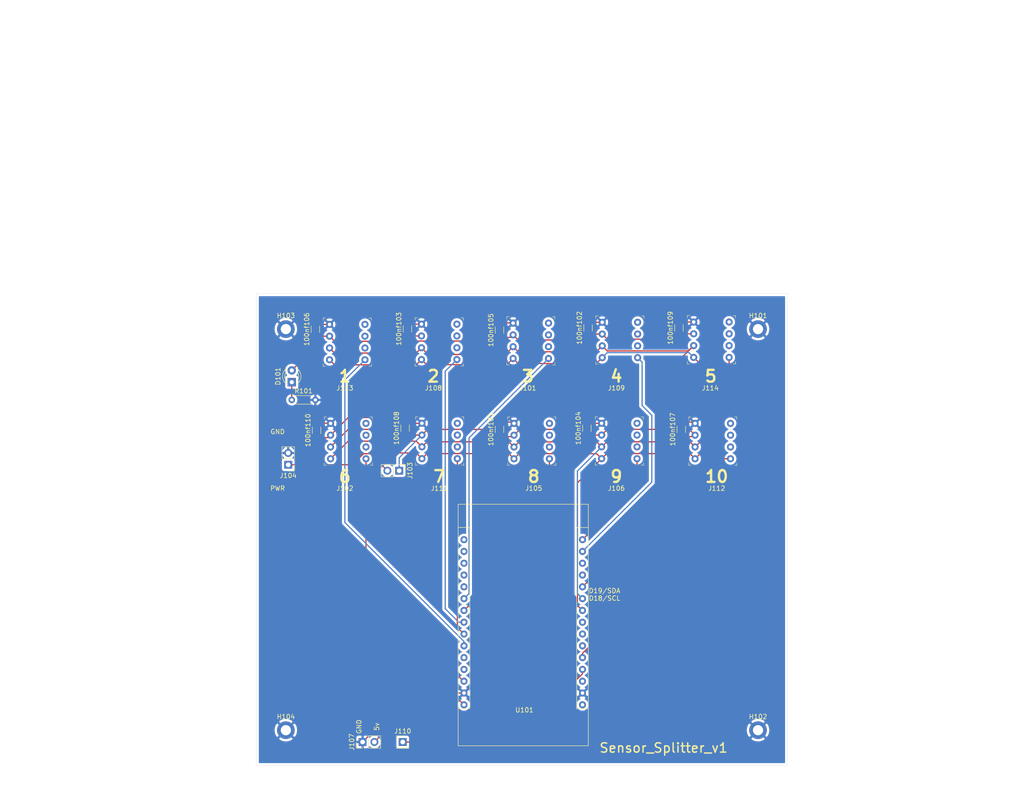
<source format=kicad_pcb>
(kicad_pcb (version 20171130) (host pcbnew "(5.1.10-1-10_14)")
  (layers (0 F.Cu signal) (31 B.Cu signal) (34 B.Paste user) (35 F.Paste user) (36 B.SilkS user) (37 F.SilkS user) (38 B.Mask user) (39 F.Mask user) (44 Edge.Cuts user))
  (net 0 "")
  (net 1 SCL)
  (net 2 SDA)
  (net 3 Supply)
  (net 4 GND)
  (net 5 "Net-(J101-Pad4)")
  (net 6 "Net-(J101-Pad3)")
  (net 7 "Net-(J101-Pad2)")
  (net 8 P1)
  (net 9 "Net-(J102-Pad4)")
  (net 10 "Net-(J102-Pad3)")
  (net 11 "Net-(J102-Pad2)")
  (net 12 P6)
  (net 13 "Net-(J105-Pad4)")
  (net 14 "Net-(J105-Pad3)")
  (net 15 "Net-(J105-Pad2)")
  (net 16 P2)
  (net 17 "Net-(J106-Pad4)")
  (net 18 "Net-(J106-Pad3)")
  (net 19 "Net-(J106-Pad2)")
  (net 20 P7)
  (net 21 "Net-(J108-Pad4)")
  (net 22 "Net-(J108-Pad3)")
  (net 23 "Net-(J108-Pad2)")
  (net 24 P3)
  (net 25 "Net-(J109-Pad4)")
  (net 26 "Net-(J109-Pad3)")
  (net 27 "Net-(J109-Pad2)")
  (net 28 P8)
  (net 29 "Net-(J111-Pad4)")
  (net 30 "Net-(J111-Pad3)")
  (net 31 "Net-(J111-Pad2)")
  (net 32 P4)
  (net 33 "Net-(J112-Pad4)")
  (net 34 "Net-(J112-Pad3)")
  (net 35 "Net-(J112-Pad2)")
  (net 36 P9)
  (net 37 "Net-(J113-Pad4)")
  (net 38 "Net-(J113-Pad3)")
  (net 39 "Net-(J113-Pad2)")
  (net 40 P5)
  (net 41 "Net-(J114-Pad4)")
  (net 42 "Net-(J114-Pad3)")
  (net 43 "Net-(J114-Pad2)")
  (net 44 P10)
  (net 45 "Net-(J103-Pad2)")
  (net 46 "Net-(J107-Pad2)")
  (net 47 Relay)
  (net 48 "Net-(U101-PadEN)")
  (net 49 "Net-(U101-PadVP)")
  (net 50 "Net-(U101-PadVN)")
  (net 51 "Net-(U101-PadD34)")
  (net 52 "Net-(U101-PadD35)")
  (net 53 "Net-(U101-PadD14)")
  (net 54 "Net-(U101-PadD12)")
  (net 55 "Net-(U101-PadTX0)")
  (net 56 "Net-(U101-PadRX0)")
  (net 57 "Net-(U101-PadD5)")
  (net 58 "Net-(U101-PadTX2)")
  (net 59 "Net-(U101-PadRX2)")
  (net 60 "Net-(U101-PadD15)")
  (net 61 "Net-(U101-Pad3V3)")
  (net 62 "Net-(D101-Pad1)")
  (module Resistor_THT:R_Axial_DIN0204_L3.6mm_D1.6mm_P5.08mm_Horizontal (layer F.Cu) (at 87.63 69.85)
    (fp_text reference R101 (at 2.54 -1.92) (layer F.SilkS))
    (fp_text value 330)
    (pad 2 thru_hole oval (at 5.08 0) (size 1.4 1.4) (drill 0.7) (layers *.Cu *.Mask) (net 4 GND))
    (pad 1 thru_hole circle (at 0 0) (size 1.4 1.4) (drill 0.7) (layers *.Cu *.Mask) (net 62 "Net-(D101-Pad1)"))
  )
  (module LED_THT:LED_D3.0mm_Clear (layer F.Cu) (at 87.63 66.04 90)
    (fp_text reference D101 (at 1.27 -2.96 90) (layer F.SilkS))
    (fp_text value LED)
    (pad 2 thru_hole circle (at 2.54 0 90) (size 1.8 1.8) (drill 0.9) (layers *.Cu *.Mask) (net 3 Supply))
    (pad 1 thru_hole rect (at 0 0 90) (size 1.8 1.8) (drill 0.9) (layers *.Cu *.Mask) (net 62 "Net-(D101-Pad1)"))
  )
  (module MountingHole:MountingHole_2.2mm_M2_DIN965_Pad_TopBottom (layer F.Cu) (at 86.36 140.97)
    (fp_text reference H104 (at 0 -2.9) (layer F.SilkS))
    (fp_text value MountingHole_Pad)
    (pad 1 connect circle (at 0 0) (size 3.8 3.8) (layers B.Cu B.Mask) (net 4 GND))
    (pad 1 connect circle (at 0 0) (size 3.8 3.8) (layers F.Cu F.Mask) (net 4 GND))
    (pad 1 thru_hole circle (at 0 0) (size 2.6 2.6) (drill 2.2) (layers *.Cu *.Mask) (net 4 GND))
  )
  (module MountingHole:MountingHole_2.2mm_M2_DIN965_Pad_TopBottom (layer F.Cu) (at 86.36 54.61)
    (fp_text reference H103 (at 0 -2.9) (layer F.SilkS))
    (fp_text value MountingHole_Pad)
    (pad 1 connect circle (at 0 0) (size 3.8 3.8) (layers B.Cu B.Mask) (net 4 GND))
    (pad 1 connect circle (at 0 0) (size 3.8 3.8) (layers F.Cu F.Mask) (net 4 GND))
    (pad 1 thru_hole circle (at 0 0) (size 2.6 2.6) (drill 2.2) (layers *.Cu *.Mask) (net 4 GND))
  )
  (module MountingHole:MountingHole_2.2mm_M2_DIN965_Pad_TopBottom (layer F.Cu) (at 187.96 140.97)
    (fp_text reference H102 (at 0 -2.9) (layer F.SilkS))
    (fp_text value MountingHole_Pad)
    (pad 1 connect circle (at 0 0) (size 3.8 3.8) (layers B.Cu B.Mask) (net 4 GND))
    (pad 1 connect circle (at 0 0) (size 3.8 3.8) (layers F.Cu F.Mask) (net 4 GND))
    (pad 1 thru_hole circle (at 0 0) (size 2.6 2.6) (drill 2.2) (layers *.Cu *.Mask) (net 4 GND))
  )
  (module MountingHole:MountingHole_2.2mm_M2_DIN965_Pad_TopBottom (layer F.Cu) (at 187.96 54.61)
    (fp_text reference H101 (at 0 -2.9) (layer F.SilkS))
    (fp_text value MountingHole_Pad)
    (pad 1 connect circle (at 0 0) (size 3.8 3.8) (layers B.Cu B.Mask) (net 4 GND))
    (pad 1 connect circle (at 0 0) (size 3.8 3.8) (layers F.Cu F.Mask) (net 4 GND))
    (pad 1 thru_hole circle (at 0 0) (size 2.6 2.6) (drill 2.2) (layers *.Cu *.Mask) (net 4 GND))
  )
  (module CI_ComPCB:ESP32s (layer F.Cu) (at 123.44 92.325)
    (fp_text reference U101 (at 14.25 44.3) (layer F.SilkS))
    (fp_text value ESP32s-RackComm-rescue-CI_ComPCB-rescue)
    (pad EN thru_hole circle (at 1.25 7.62) (size 1.524 1.524) (drill 0.762) (layers *.Cu *.Mask) (net 48 "Net-(U101-PadEN)"))
    (pad VP thru_hole circle (at 1.25 10.16) (size 1.524 1.524) (drill 0.762) (layers *.Cu *.Mask) (net 49 "Net-(U101-PadVP)"))
    (pad VN thru_hole circle (at 1.25 12.7) (size 1.524 1.524) (drill 0.762) (layers *.Cu *.Mask) (net 50 "Net-(U101-PadVN)"))
    (pad D34 thru_hole circle (at 1.25 15.24) (size 1.524 1.524) (drill 0.762) (layers *.Cu *.Mask) (net 51 "Net-(U101-PadD34)"))
    (pad D35 thru_hole circle (at 1.25 17.78) (size 1.524 1.524) (drill 0.762) (layers *.Cu *.Mask) (net 52 "Net-(U101-PadD35)"))
    (pad D32 thru_hole circle (at 1.25 20.32) (size 1.524 1.524) (drill 0.762) (layers *.Cu *.Mask) (net 8 P1))
    (pad D33 thru_hole circle (at 1.25 22.86) (size 1.524 1.524) (drill 0.762) (layers *.Cu *.Mask) (net 16 P2))
    (pad D25 thru_hole circle (at 1.25 25.4) (size 1.524 1.524) (drill 0.762) (layers *.Cu *.Mask) (net 24 P3))
    (pad D26 thru_hole circle (at 1.25 27.94) (size 1.524 1.524) (drill 0.762) (layers *.Cu *.Mask) (net 32 P4))
    (pad D27 thru_hole circle (at 1.25 30.48) (size 1.524 1.524) (drill 0.762) (layers *.Cu *.Mask) (net 40 P5))
    (pad D14 thru_hole circle (at 1.25 33.02) (size 1.524 1.524) (drill 0.762) (layers *.Cu *.Mask) (net 53 "Net-(U101-PadD14)"))
    (pad D12 thru_hole circle (at 1.25 35.56) (size 1.524 1.524) (drill 0.762) (layers *.Cu *.Mask) (net 54 "Net-(U101-PadD12)"))
    (pad D13 thru_hole circle (at 1.25 38.1) (size 1.524 1.524) (drill 0.762) (layers *.Cu *.Mask) (net 12 P6))
    (pad GND thru_hole circle (at 1.25 40.64) (size 1.524 1.524) (drill 0.762) (layers *.Cu *.Mask) (net 4 GND))
    (pad Vin thru_hole circle (at 1.25 43.18) (size 1.524 1.524) (drill 0.762) (layers *.Cu *.Mask) (net 46 "Net-(J107-Pad2)"))
    (pad D23 thru_hole circle (at 26.75 7.62) (size 1.524 1.524) (drill 0.762) (layers *.Cu *.Mask) (net 20 P7))
    (pad D22 thru_hole circle (at 26.75 10.16) (size 1.524 1.524) (drill 0.762) (layers *.Cu *.Mask) (net 28 P8))
    (pad TX0 thru_hole circle (at 26.75 12.7) (size 1.524 1.524) (drill 0.762) (layers *.Cu *.Mask) (net 55 "Net-(U101-PadTX0)"))
    (pad RX0 thru_hole circle (at 26.75 15.24) (size 1.524 1.524) (drill 0.762) (layers *.Cu *.Mask) (net 56 "Net-(U101-PadRX0)"))
    (pad D21 thru_hole circle (at 26.75 17.78) (size 1.524 1.524) (drill 0.762) (layers *.Cu *.Mask) (net 36 P9))
    (pad D19 thru_hole circle (at 26.75 20.32) (size 1.524 1.524) (drill 0.762) (layers *.Cu *.Mask) (net 2 SDA))
    (pad D18 thru_hole circle (at 26.75 22.86) (size 1.524 1.524) (drill 0.762) (layers *.Cu *.Mask) (net 1 SCL))
    (pad D5 thru_hole circle (at 26.75 25.4) (size 1.524 1.524) (drill 0.762) (layers *.Cu *.Mask) (net 57 "Net-(U101-PadD5)"))
    (pad TX2 thru_hole circle (at 26.75 27.94) (size 1.524 1.524) (drill 0.762) (layers *.Cu *.Mask) (net 58 "Net-(U101-PadTX2)"))
    (pad RX2 thru_hole circle (at 26.75 30.48) (size 1.524 1.524) (drill 0.762) (layers *.Cu *.Mask) (net 59 "Net-(U101-PadRX2)"))
    (pad D4 thru_hole circle (at 26.75 33.02) (size 1.524 1.524) (drill 0.762) (layers *.Cu *.Mask) (net 44 P10))
    (pad D2 thru_hole circle (at 26.75 35.56) (size 1.524 1.524) (drill 0.762) (layers *.Cu *.Mask) (net 47 Relay))
    (pad D15 thru_hole circle (at 26.75 38.1) (size 1.524 1.524) (drill 0.762) (layers *.Cu *.Mask) (net 60 "Net-(U101-PadD15)"))
    (pad GND thru_hole circle (at 26.75 40.64) (size 1.524 1.524) (drill 0.762) (layers *.Cu *.Mask) (net 4 GND))
    (pad 3V3 thru_hole circle (at 26.75 43.18) (size 1.524 1.524) (drill 0.762) (layers *.Cu *.Mask) (net 61 "Net-(U101-Pad3V3)"))
  )
  (module digikey-footprints:SOCKET_DIP-8_7.62mm_Conn (layer F.Cu) (at 181.737 60.706 180)
    (fp_text reference J114 (at 4.04 -6.604) (layer F.SilkS))
    (fp_text value A_08-LC-TT)
    (pad 8 thru_hole circle (at 7.62 0 180) (size 1.524 1.524) (drill 0.762) (layers *.Cu *.Mask) (net 1 SCL))
    (pad 7 thru_hole circle (at 7.62 2.54 180) (size 1.524 1.524) (drill 0.762) (layers *.Cu *.Mask) (net 2 SDA))
    (pad 6 thru_hole circle (at 7.62 5.08 180) (size 1.524 1.524) (drill 0.762) (layers *.Cu *.Mask) (net 3 Supply))
    (pad 5 thru_hole circle (at 7.62 7.62 180) (size 1.524 1.524) (drill 0.762) (layers *.Cu *.Mask) (net 4 GND))
    (pad 4 thru_hole circle (at 0 7.62 180) (size 1.524 1.524) (drill 0.762) (layers *.Cu *.Mask) (net 41 "Net-(J114-Pad4)"))
    (pad 3 thru_hole circle (at 0 5.08 180) (size 1.524 1.524) (drill 0.762) (layers *.Cu *.Mask) (net 42 "Net-(J114-Pad3)"))
    (pad 2 thru_hole circle (at 0 2.54 180) (size 1.524 1.524) (drill 0.762) (layers *.Cu *.Mask) (net 43 "Net-(J114-Pad2)"))
    (pad 1 thru_hole circle (at 0 0 180) (size 1.524 1.524) (drill 0.762) (layers *.Cu *.Mask) (net 44 P10))
  )
  (module digikey-footprints:SOCKET_DIP-8_7.62mm_Conn (layer F.Cu) (at 103.378 61.214 180)
    (fp_text reference J113 (at 4.318 -6.096) (layer F.SilkS))
    (fp_text value A_08-LC-TT)
    (pad 8 thru_hole circle (at 7.62 0 180) (size 1.524 1.524) (drill 0.762) (layers *.Cu *.Mask) (net 1 SCL))
    (pad 7 thru_hole circle (at 7.62 2.54 180) (size 1.524 1.524) (drill 0.762) (layers *.Cu *.Mask) (net 2 SDA))
    (pad 6 thru_hole circle (at 7.62 5.08 180) (size 1.524 1.524) (drill 0.762) (layers *.Cu *.Mask) (net 3 Supply))
    (pad 5 thru_hole circle (at 7.62 7.62 180) (size 1.524 1.524) (drill 0.762) (layers *.Cu *.Mask) (net 4 GND))
    (pad 4 thru_hole circle (at 0 7.62 180) (size 1.524 1.524) (drill 0.762) (layers *.Cu *.Mask) (net 37 "Net-(J113-Pad4)"))
    (pad 3 thru_hole circle (at 0 5.08 180) (size 1.524 1.524) (drill 0.762) (layers *.Cu *.Mask) (net 38 "Net-(J113-Pad3)"))
    (pad 2 thru_hole circle (at 0 2.54 180) (size 1.524 1.524) (drill 0.762) (layers *.Cu *.Mask) (net 39 "Net-(J113-Pad2)"))
    (pad 1 thru_hole circle (at 0 0 180) (size 1.524 1.524) (drill 0.762) (layers *.Cu *.Mask) (net 40 P5))
  )
  (module digikey-footprints:SOCKET_DIP-8_7.62mm_Conn (layer F.Cu) (at 182.035999 82.528999 180)
    (fp_text reference J112 (at 2.965999 -6.371001) (layer F.SilkS))
    (fp_text value A_08-LC-TT)
    (pad 8 thru_hole circle (at 7.62 0 180) (size 1.524 1.524) (drill 0.762) (layers *.Cu *.Mask) (net 1 SCL))
    (pad 7 thru_hole circle (at 7.62 2.54 180) (size 1.524 1.524) (drill 0.762) (layers *.Cu *.Mask) (net 2 SDA))
    (pad 6 thru_hole circle (at 7.62 5.08 180) (size 1.524 1.524) (drill 0.762) (layers *.Cu *.Mask) (net 3 Supply))
    (pad 5 thru_hole circle (at 7.62 7.62 180) (size 1.524 1.524) (drill 0.762) (layers *.Cu *.Mask) (net 4 GND))
    (pad 4 thru_hole circle (at 0 7.62 180) (size 1.524 1.524) (drill 0.762) (layers *.Cu *.Mask) (net 33 "Net-(J112-Pad4)"))
    (pad 3 thru_hole circle (at 0 5.08 180) (size 1.524 1.524) (drill 0.762) (layers *.Cu *.Mask) (net 34 "Net-(J112-Pad3)"))
    (pad 2 thru_hole circle (at 0 2.54 180) (size 1.524 1.524) (drill 0.762) (layers *.Cu *.Mask) (net 35 "Net-(J112-Pad2)"))
    (pad 1 thru_hole circle (at 0 0 180) (size 1.524 1.524) (drill 0.762) (layers *.Cu *.Mask) (net 36 P9))
  )
  (module digikey-footprints:SOCKET_DIP-8_7.62mm_Conn (layer F.Cu) (at 123.260999 82.502999 180)
    (fp_text reference J111 (at 3.880999 -6.397001) (layer F.SilkS))
    (fp_text value A_08-LC-TT)
    (pad 8 thru_hole circle (at 7.62 0 180) (size 1.524 1.524) (drill 0.762) (layers *.Cu *.Mask) (net 1 SCL))
    (pad 7 thru_hole circle (at 7.62 2.54 180) (size 1.524 1.524) (drill 0.762) (layers *.Cu *.Mask) (net 2 SDA))
    (pad 6 thru_hole circle (at 7.62 5.08 180) (size 1.524 1.524) (drill 0.762) (layers *.Cu *.Mask) (net 3 Supply))
    (pad 5 thru_hole circle (at 7.62 7.62 180) (size 1.524 1.524) (drill 0.762) (layers *.Cu *.Mask) (net 4 GND))
    (pad 4 thru_hole circle (at 0 7.62 180) (size 1.524 1.524) (drill 0.762) (layers *.Cu *.Mask) (net 29 "Net-(J111-Pad4)"))
    (pad 3 thru_hole circle (at 0 5.08 180) (size 1.524 1.524) (drill 0.762) (layers *.Cu *.Mask) (net 30 "Net-(J111-Pad3)"))
    (pad 2 thru_hole circle (at 0 2.54 180) (size 1.524 1.524) (drill 0.762) (layers *.Cu *.Mask) (net 31 "Net-(J111-Pad2)"))
    (pad 1 thru_hole circle (at 0 0 180) (size 1.524 1.524) (drill 0.762) (layers *.Cu *.Mask) (net 32 P4))
  )
  (module Connector_PinHeader_2.54mm:PinHeader_1x01_P2.54mm_Vertical (layer F.Cu) (at 111.506 143.51)
    (fp_text reference J110 (at 0 -2.33) (layer F.SilkS))
    (fp_text value Conn_01x01_Male)
    (pad 1 thru_hole rect (at 0 0) (size 1.7 1.7) (drill 1) (layers *.Cu *.Mask) (net 47 Relay))
  )
  (module digikey-footprints:SOCKET_DIP-8_7.62mm_Conn (layer F.Cu) (at 162.052 60.759999 180)
    (fp_text reference J109 (at 4.572 -6.550001) (layer F.SilkS))
    (fp_text value A_08-LC-TT)
    (pad 8 thru_hole circle (at 7.62 0 180) (size 1.524 1.524) (drill 0.762) (layers *.Cu *.Mask) (net 1 SCL))
    (pad 7 thru_hole circle (at 7.62 2.54 180) (size 1.524 1.524) (drill 0.762) (layers *.Cu *.Mask) (net 2 SDA))
    (pad 6 thru_hole circle (at 7.62 5.08 180) (size 1.524 1.524) (drill 0.762) (layers *.Cu *.Mask) (net 3 Supply))
    (pad 5 thru_hole circle (at 7.62 7.62 180) (size 1.524 1.524) (drill 0.762) (layers *.Cu *.Mask) (net 4 GND))
    (pad 4 thru_hole circle (at 0 7.62 180) (size 1.524 1.524) (drill 0.762) (layers *.Cu *.Mask) (net 25 "Net-(J109-Pad4)"))
    (pad 3 thru_hole circle (at 0 5.08 180) (size 1.524 1.524) (drill 0.762) (layers *.Cu *.Mask) (net 26 "Net-(J109-Pad3)"))
    (pad 2 thru_hole circle (at 0 2.54 180) (size 1.524 1.524) (drill 0.762) (layers *.Cu *.Mask) (net 27 "Net-(J109-Pad2)"))
    (pad 1 thru_hole circle (at 0 0 180) (size 1.524 1.524) (drill 0.762) (layers *.Cu *.Mask) (net 28 P8))
  )
  (module digikey-footprints:SOCKET_DIP-8_7.62mm_Conn (layer F.Cu) (at 123.159999 61.166999 180)
    (fp_text reference J108 (at 5.049999 -6.143001) (layer F.SilkS))
    (fp_text value A_08-LC-TT)
    (pad 8 thru_hole circle (at 7.62 0 180) (size 1.524 1.524) (drill 0.762) (layers *.Cu *.Mask) (net 1 SCL))
    (pad 7 thru_hole circle (at 7.62 2.54 180) (size 1.524 1.524) (drill 0.762) (layers *.Cu *.Mask) (net 2 SDA))
    (pad 6 thru_hole circle (at 7.62 5.08 180) (size 1.524 1.524) (drill 0.762) (layers *.Cu *.Mask) (net 3 Supply))
    (pad 5 thru_hole circle (at 7.62 7.62 180) (size 1.524 1.524) (drill 0.762) (layers *.Cu *.Mask) (net 4 GND))
    (pad 4 thru_hole circle (at 0 7.62 180) (size 1.524 1.524) (drill 0.762) (layers *.Cu *.Mask) (net 21 "Net-(J108-Pad4)"))
    (pad 3 thru_hole circle (at 0 5.08 180) (size 1.524 1.524) (drill 0.762) (layers *.Cu *.Mask) (net 22 "Net-(J108-Pad3)"))
    (pad 2 thru_hole circle (at 0 2.54 180) (size 1.524 1.524) (drill 0.762) (layers *.Cu *.Mask) (net 23 "Net-(J108-Pad2)"))
    (pad 1 thru_hole circle (at 0 0 180) (size 1.524 1.524) (drill 0.762) (layers *.Cu *.Mask) (net 24 P3))
  )
  (module Connector_PinHeader_2.54mm:PinHeader_1x02_P2.54mm_Vertical (layer F.Cu) (at 102.87 143.51 90)
    (fp_text reference J107 (at 0 -2.33 90) (layer F.SilkS))
    (fp_text value Conn_01x02_Male)
    (pad 2 thru_hole oval (at 0 2.54 90) (size 1.7 1.7) (drill 1) (layers *.Cu *.Mask) (net 46 "Net-(J107-Pad2)"))
    (pad 1 thru_hole rect (at 0 0 90) (size 1.7 1.7) (drill 1) (layers *.Cu *.Mask) (net 4 GND))
  )
  (module digikey-footprints:SOCKET_DIP-8_7.62mm_Conn (layer F.Cu) (at 161.925 82.502999 180)
    (fp_text reference J106 (at 4.445 -6.397001) (layer F.SilkS))
    (fp_text value A_08-LC-TT)
    (pad 8 thru_hole circle (at 7.62 0 180) (size 1.524 1.524) (drill 0.762) (layers *.Cu *.Mask) (net 1 SCL))
    (pad 7 thru_hole circle (at 7.62 2.54 180) (size 1.524 1.524) (drill 0.762) (layers *.Cu *.Mask) (net 2 SDA))
    (pad 6 thru_hole circle (at 7.62 5.08 180) (size 1.524 1.524) (drill 0.762) (layers *.Cu *.Mask) (net 3 Supply))
    (pad 5 thru_hole circle (at 7.62 7.62 180) (size 1.524 1.524) (drill 0.762) (layers *.Cu *.Mask) (net 4 GND))
    (pad 4 thru_hole circle (at 0 7.62 180) (size 1.524 1.524) (drill 0.762) (layers *.Cu *.Mask) (net 17 "Net-(J106-Pad4)"))
    (pad 3 thru_hole circle (at 0 5.08 180) (size 1.524 1.524) (drill 0.762) (layers *.Cu *.Mask) (net 18 "Net-(J106-Pad3)"))
    (pad 2 thru_hole circle (at 0 2.54 180) (size 1.524 1.524) (drill 0.762) (layers *.Cu *.Mask) (net 19 "Net-(J106-Pad2)"))
    (pad 1 thru_hole circle (at 0 0 180) (size 1.524 1.524) (drill 0.762) (layers *.Cu *.Mask) (net 20 P7))
  )
  (module digikey-footprints:SOCKET_DIP-8_7.62mm_Conn (layer F.Cu) (at 143.072999 82.528999 180)
    (fp_text reference J105 (at 3.372999 -6.371001) (layer F.SilkS))
    (fp_text value A_08-LC-TT)
    (pad 8 thru_hole circle (at 7.62 0 180) (size 1.524 1.524) (drill 0.762) (layers *.Cu *.Mask) (net 1 SCL))
    (pad 7 thru_hole circle (at 7.62 2.54 180) (size 1.524 1.524) (drill 0.762) (layers *.Cu *.Mask) (net 2 SDA))
    (pad 6 thru_hole circle (at 7.62 5.08 180) (size 1.524 1.524) (drill 0.762) (layers *.Cu *.Mask) (net 3 Supply))
    (pad 5 thru_hole circle (at 7.62 7.62 180) (size 1.524 1.524) (drill 0.762) (layers *.Cu *.Mask) (net 4 GND))
    (pad 4 thru_hole circle (at 0 7.62 180) (size 1.524 1.524) (drill 0.762) (layers *.Cu *.Mask) (net 13 "Net-(J105-Pad4)"))
    (pad 3 thru_hole circle (at 0 5.08 180) (size 1.524 1.524) (drill 0.762) (layers *.Cu *.Mask) (net 14 "Net-(J105-Pad3)"))
    (pad 2 thru_hole circle (at 0 2.54 180) (size 1.524 1.524) (drill 0.762) (layers *.Cu *.Mask) (net 15 "Net-(J105-Pad2)"))
    (pad 1 thru_hole circle (at 0 0 180) (size 1.524 1.524) (drill 0.762) (layers *.Cu *.Mask) (net 16 P2))
  )
  (module Connector_PinHeader_2.54mm:PinHeader_1x02_P2.54mm_Vertical (layer F.Cu) (at 86.868 83.82 180)
    (fp_text reference J104 (at 0 -2.33) (layer F.SilkS))
    (fp_text value Conn_01x02_Male)
    (pad 2 thru_hole oval (at 0 2.54 180) (size 1.7 1.7) (drill 1) (layers *.Cu *.Mask) (net 4 GND))
    (pad 1 thru_hole rect (at 0 0 180) (size 1.7 1.7) (drill 1) (layers *.Cu *.Mask) (net 45 "Net-(J103-Pad2)"))
  )
  (module Connector_PinHeader_2.54mm:PinHeader_1x02_P2.54mm_Vertical (layer F.Cu) (at 110.744 85.09 270)
    (fp_text reference J103 (at 0 -2.33 90) (layer F.SilkS))
    (fp_text value Conn_01x02_Male)
    (pad 2 thru_hole oval (at 0 2.54 270) (size 1.7 1.7) (drill 1) (layers *.Cu *.Mask) (net 45 "Net-(J103-Pad2)"))
    (pad 1 thru_hole rect (at 0 0 270) (size 1.7 1.7) (drill 1) (layers *.Cu *.Mask) (net 3 Supply))
  )
  (module digikey-footprints:SOCKET_DIP-8_7.62mm_Conn (layer F.Cu) (at 103.601999 82.528999 180)
    (fp_text reference J102 (at 4.541999 -6.371001) (layer F.SilkS))
    (fp_text value A_08-LC-TT)
    (pad 8 thru_hole circle (at 7.62 0 180) (size 1.524 1.524) (drill 0.762) (layers *.Cu *.Mask) (net 1 SCL))
    (pad 7 thru_hole circle (at 7.62 2.54 180) (size 1.524 1.524) (drill 0.762) (layers *.Cu *.Mask) (net 2 SDA))
    (pad 6 thru_hole circle (at 7.62 5.08 180) (size 1.524 1.524) (drill 0.762) (layers *.Cu *.Mask) (net 3 Supply))
    (pad 5 thru_hole circle (at 7.62 7.62 180) (size 1.524 1.524) (drill 0.762) (layers *.Cu *.Mask) (net 4 GND))
    (pad 4 thru_hole circle (at 0 7.62 180) (size 1.524 1.524) (drill 0.762) (layers *.Cu *.Mask) (net 9 "Net-(J102-Pad4)"))
    (pad 3 thru_hole circle (at 0 5.08 180) (size 1.524 1.524) (drill 0.762) (layers *.Cu *.Mask) (net 10 "Net-(J102-Pad3)"))
    (pad 2 thru_hole circle (at 0 2.54 180) (size 1.524 1.524) (drill 0.762) (layers *.Cu *.Mask) (net 11 "Net-(J102-Pad2)"))
    (pad 1 thru_hole circle (at 0 0 180) (size 1.524 1.524) (drill 0.762) (layers *.Cu *.Mask) (net 12 P6))
  )
  (module digikey-footprints:SOCKET_DIP-8_7.62mm_Conn (layer F.Cu) (at 142.875 60.938999 180)
    (fp_text reference J101 (at 4.445 -6.371001) (layer F.SilkS))
    (fp_text value A_08-LC-TT)
    (pad 8 thru_hole circle (at 7.62 0 180) (size 1.524 1.524) (drill 0.762) (layers *.Cu *.Mask) (net 1 SCL))
    (pad 7 thru_hole circle (at 7.62 2.54 180) (size 1.524 1.524) (drill 0.762) (layers *.Cu *.Mask) (net 2 SDA))
    (pad 6 thru_hole circle (at 7.62 5.08 180) (size 1.524 1.524) (drill 0.762) (layers *.Cu *.Mask) (net 3 Supply))
    (pad 5 thru_hole circle (at 7.62 7.62 180) (size 1.524 1.524) (drill 0.762) (layers *.Cu *.Mask) (net 4 GND))
    (pad 4 thru_hole circle (at 0 7.62 180) (size 1.524 1.524) (drill 0.762) (layers *.Cu *.Mask) (net 5 "Net-(J101-Pad4)"))
    (pad 3 thru_hole circle (at 0 5.08 180) (size 1.524 1.524) (drill 0.762) (layers *.Cu *.Mask) (net 6 "Net-(J101-Pad3)"))
    (pad 2 thru_hole circle (at 0 2.54 180) (size 1.524 1.524) (drill 0.762) (layers *.Cu *.Mask) (net 7 "Net-(J101-Pad2)"))
    (pad 1 thru_hole circle (at 0 0 180) (size 1.524 1.524) (drill 0.762) (layers *.Cu *.Mask) (net 8 P1))
  )
  (module Capacitor_SMD:C_1206_3216Metric_Pad1.33x1.80mm_HandSolder (layer F.Cu) (at 92.964 76.4155 90)
    (fp_text reference 100nf110 (at 0 -1.85 90) (layer F.SilkS))
    (fp_text value C)
    (pad 2 smd roundrect (at 1.5625 0 90) (size 1.325 1.8) (layers F.Cu F.Paste F.Mask) (roundrect_rratio 0.1886784905660377) (net 4 GND))
    (pad 1 smd roundrect (at -1.5625 0 90) (size 1.325 1.8) (layers F.Cu F.Paste F.Mask) (roundrect_rratio 0.1886784905660377) (net 3 Supply))
  )
  (module Capacitor_SMD:C_1206_3216Metric_Pad1.33x1.80mm_HandSolder (layer F.Cu) (at 170.942 54.356 90)
    (fp_text reference 100nf109 (at 0 -1.85 90) (layer F.SilkS))
    (fp_text value C)
    (pad 2 smd roundrect (at 1.5625 0 90) (size 1.325 1.8) (layers F.Cu F.Paste F.Mask) (roundrect_rratio 0.1886784905660377) (net 4 GND))
    (pad 1 smd roundrect (at -1.5625 0 90) (size 1.325 1.8) (layers F.Cu F.Paste F.Mask) (roundrect_rratio 0.1886784905660377) (net 3 Supply))
  )
  (module Capacitor_SMD:C_1206_3216Metric_Pad1.33x1.80mm_HandSolder (layer F.Cu) (at 112.014 75.946 90)
    (fp_text reference 100nf108 (at 0 -1.85 90) (layer F.SilkS))
    (fp_text value C)
    (pad 2 smd roundrect (at 1.5625 0 90) (size 1.325 1.8) (layers F.Cu F.Paste F.Mask) (roundrect_rratio 0.1886784905660377) (net 4 GND))
    (pad 1 smd roundrect (at -1.5625 0 90) (size 1.325 1.8) (layers F.Cu F.Paste F.Mask) (roundrect_rratio 0.1886784905660377) (net 3 Supply))
  )
  (module Capacitor_SMD:C_1206_3216Metric_Pad1.33x1.80mm_HandSolder (layer F.Cu) (at 171.45 76.2 90)
    (fp_text reference 100nf107 (at 0 -1.85 90) (layer F.SilkS))
    (fp_text value C)
    (pad 2 smd roundrect (at 1.5625 0 90) (size 1.325 1.8) (layers F.Cu F.Paste F.Mask) (roundrect_rratio 0.1886784905660377) (net 4 GND))
    (pad 1 smd roundrect (at -1.5625 0 90) (size 1.325 1.8) (layers F.Cu F.Paste F.Mask) (roundrect_rratio 0.1886784905660377) (net 3 Supply))
  )
  (module Capacitor_SMD:C_1206_3216Metric_Pad1.33x1.80mm_HandSolder (layer F.Cu) (at 92.71 54.6485 90)
    (fp_text reference 100nf106 (at 0 -1.85 90) (layer F.SilkS))
    (fp_text value C)
    (pad 2 smd roundrect (at 1.5625 0 90) (size 1.325 1.8) (layers F.Cu F.Paste F.Mask) (roundrect_rratio 0.1886784905660377) (net 4 GND))
    (pad 1 smd roundrect (at -1.5625 0 90) (size 1.325 1.8) (layers F.Cu F.Paste F.Mask) (roundrect_rratio 0.1886784905660377) (net 3 Supply))
  )
  (module Capacitor_SMD:C_1206_3216Metric_Pad1.33x1.80mm_HandSolder (layer F.Cu) (at 132.334 54.8255 90)
    (fp_text reference 100nf105 (at 0 -1.85 90) (layer F.SilkS))
    (fp_text value C)
    (pad 2 smd roundrect (at 1.5625 0 90) (size 1.325 1.8) (layers F.Cu F.Paste F.Mask) (roundrect_rratio 0.1886784905660377) (net 4 GND))
    (pad 1 smd roundrect (at -1.5625 0 90) (size 1.325 1.8) (layers F.Cu F.Paste F.Mask) (roundrect_rratio 0.1886784905660377) (net 3 Supply))
  )
  (module Capacitor_SMD:C_1206_3216Metric_Pad1.33x1.80mm_HandSolder (layer F.Cu) (at 151.13 75.946 90)
    (fp_text reference 100nf104 (at 0 -1.85 90) (layer F.SilkS))
    (fp_text value C)
    (pad 2 smd roundrect (at 1.5625 0 90) (size 1.325 1.8) (layers F.Cu F.Paste F.Mask) (roundrect_rratio 0.1886784905660377) (net 4 GND))
    (pad 1 smd roundrect (at -1.5625 0 90) (size 1.325 1.8) (layers F.Cu F.Paste F.Mask) (roundrect_rratio 0.1886784905660377) (net 3 Supply))
  )
  (module Capacitor_SMD:C_1206_3216Metric_Pad1.33x1.80mm_HandSolder (layer F.Cu) (at 112.522 54.5715 90)
    (fp_text reference 100nf103 (at 0 -1.85 90) (layer F.SilkS))
    (fp_text value C)
    (pad 2 smd roundrect (at 1.5625 0 90) (size 1.325 1.8) (layers F.Cu F.Paste F.Mask) (roundrect_rratio 0.1886784905660377) (net 4 GND))
    (pad 1 smd roundrect (at -1.5625 0 90) (size 1.325 1.8) (layers F.Cu F.Paste F.Mask) (roundrect_rratio 0.1886784905660377) (net 3 Supply))
  )
  (module Capacitor_SMD:C_1206_3216Metric_Pad1.33x1.80mm_HandSolder (layer F.Cu) (at 151.384 54.356 90)
    (fp_text reference 100nf102 (at 0 -1.85 90) (layer F.SilkS))
    (fp_text value C)
    (pad 2 smd roundrect (at 1.5625 0 90) (size 1.325 1.8) (layers F.Cu F.Paste F.Mask) (roundrect_rratio 0.1886784905660377) (net 4 GND))
    (pad 1 smd roundrect (at -1.5625 0 90) (size 1.325 1.8) (layers F.Cu F.Paste F.Mask) (roundrect_rratio 0.1886784905660377) (net 3 Supply))
  )
  (module Capacitor_SMD:C_1206_3216Metric_Pad1.33x1.80mm_HandSolder (layer F.Cu) (at 132.334 76.2 90)
    (fp_text reference 100nf101 (at 0 -1.85 90) (layer F.SilkS))
    (fp_text value C)
    (pad 2 smd roundrect (at 1.5625 0 90) (size 1.325 1.8) (layers F.Cu F.Paste F.Mask) (roundrect_rratio 0.1886784905660377) (net 4 GND))
    (pad 1 smd roundrect (at -1.5625 0 90) (size 1.325 1.8) (layers F.Cu F.Paste F.Mask) (roundrect_rratio 0.1886784905660377) (net 3 Supply))
  )
  (gr_text 5v (at 105.918 140.208 90) (layer F.SilkS) (effects (font (size 1 1))))
  (gr_text GND (at 102.108 140.208 90) (layer F.SilkS) (effects (font (size 1 1))))
  (gr_text Sensor_Splitter_v1 (at 167.64 144.78) (layer F.SilkS) (effects (font (size 2 2) (thickness 0.3))))
  (gr_text "D19/SDA\nD18/SCL" (at 154.94 111.76) (layer F.SilkS) (effects (font (size 1 1))))
  (gr_text 1 (at 99.06 64.77) (layer F.SilkS) (effects (font (size 2.54 2.54) (thickness 0.508))))
  (gr_text "2\n" (at 118.11 64.77) (layer F.SilkS) (effects (font (size 2.54 2.54) (thickness 0.508))))
  (gr_text 3 (at 138.43 64.77) (layer F.SilkS) (effects (font (size 2.54 2.54) (thickness 0.508))))
  (gr_text 4 (at 157.48 64.77) (layer F.SilkS) (effects (font (size 2.54 2.54) (thickness 0.508))))
  (gr_text 5 (at 177.8 64.77) (layer F.SilkS) (effects (font (size 2.54 2.54) (thickness 0.508))))
  (gr_text 10 (at 179.07 86.36) (layer F.SilkS) (effects (font (size 2.54 2.54) (thickness 0.508))))
  (gr_text 9 (at 157.48 86.36) (layer F.SilkS) (effects (font (size 2.54 2.54) (thickness 0.508))))
  (gr_text 8 (at 139.7 86.36) (layer F.SilkS) (effects (font (size 2.54 2.54) (thickness 0.508))))
  (gr_text 7 (at 119.38 86.36) (layer F.SilkS) (effects (font (size 2.54 2.54) (thickness 0.508))))
  (gr_text 6 (at 99.06 86.36) (layer F.SilkS) (effects (font (size 2.54 2.54) (thickness 0.508))))
  (gr_line (start 80.01 148.59) (end 80.01 146.05) (layer Edge.Cuts) (width 0.05))
  (gr_line (start 194.31 148.59) (end 80.01 148.59) (layer Edge.Cuts) (width 0.05))
  (gr_line (start 194.31 46.99) (end 194.31 148.59) (layer Edge.Cuts) (width 0.05))
  (gr_line (start 186.69 46.99) (end 194.31 46.99) (layer Edge.Cuts) (width 0.05))
  (gr_line (start 80.01 146.05) (end 80.01 46.99) (layer Edge.Cuts) (width 0.05))
  (gr_line (start 80.01 46.99) (end 186.69 46.99) (layer Edge.Cuts) (width 0.05))
  (gr_text PWR (at 84.582 88.9) (layer F.SilkS) (effects (font (size 1 1))))
  (gr_text GND (at 84.582 76.708) (layer F.SilkS) (effects (font (size 1 1))))
  (segment (start 174.117 60.706) (end 177.292 63.881) (width 0.25) (layer F.Cu) (net 1))
  (segment (start 177.292 79.652998) (end 174.415999 82.528999) (width 0.25) (layer F.Cu) (net 1))
  (segment (start 177.292 63.881) (end 177.292 79.652998) (width 0.25) (layer F.Cu) (net 1))
  (segment (start 114.405997 62.301001) (end 115.539999 61.166999) (width 0.25) (layer F.Cu) (net 1))
  (segment (start 96.845001 62.301001) (end 114.405997 62.301001) (width 0.25) (layer F.Cu) (net 1))
  (segment (start 95.758 61.214) (end 96.845001 62.301001) (width 0.25) (layer F.Cu) (net 1))
  (segment (start 133.939999 62.254) (end 135.255 60.938999) (width 0.25) (layer F.Cu) (net 1))
  (segment (start 116.627 62.254) (end 133.939999 62.254) (width 0.25) (layer F.Cu) (net 1))
  (segment (start 115.539999 61.166999) (end 116.627 62.254) (width 0.25) (layer F.Cu) (net 1))
  (segment (start 153.165999 62.026) (end 154.432 60.759999) (width 0.25) (layer F.Cu) (net 1))
  (segment (start 136.342001 62.026) (end 153.165999 62.026) (width 0.25) (layer F.Cu) (net 1))
  (segment (start 135.255 60.938999) (end 136.342001 62.026) (width 0.25) (layer F.Cu) (net 1))
  (segment (start 173.083998 59.672998) (end 174.117 60.706) (width 0.25) (layer B.Cu) (net 1))
  (segment (start 155.519001 59.672998) (end 173.083998 59.672998) (width 0.25) (layer B.Cu) (net 1))
  (segment (start 154.432 60.759999) (end 155.519001 59.672998) (width 0.25) (layer B.Cu) (net 1))
  (segment (start 134.339998 81.415998) (end 135.452999 82.528999) (width 0.25) (layer F.Cu) (net 1))
  (segment (start 116.728 81.415998) (end 134.339998 81.415998) (width 0.25) (layer F.Cu) (net 1))
  (segment (start 115.640999 82.502999) (end 116.728 81.415998) (width 0.25) (layer F.Cu) (net 1))
  (segment (start 153.243999 81.441998) (end 154.305 82.502999) (width 0.25) (layer F.Cu) (net 1))
  (segment (start 136.54 81.441998) (end 153.243999 81.441998) (width 0.25) (layer F.Cu) (net 1))
  (segment (start 135.452999 82.528999) (end 136.54 81.441998) (width 0.25) (layer F.Cu) (net 1))
  (segment (start 155.392001 81.415998) (end 173.302998 81.415998) (width 0.25) (layer F.Cu) (net 1))
  (segment (start 173.302998 81.415998) (end 174.415999 82.528999) (width 0.25) (layer F.Cu) (net 1))
  (segment (start 154.305 82.502999) (end 155.392001 81.415998) (width 0.25) (layer F.Cu) (net 1))
  (segment (start 149.102999 114.097999) (end 150.19 115.185) (width 0.25) (layer F.Cu) (net 1))
  (segment (start 149.102999 87.705) (end 149.102999 114.097999) (width 0.25) (layer F.Cu) (net 1))
  (segment (start 154.305 82.502999) (end 149.102999 87.705) (width 0.25) (layer F.Cu) (net 1))
  (segment (start 114.418 81.28) (end 115.640999 82.502999) (width 0.25) (layer F.Cu) (net 1))
  (segment (start 110.733399 81.28) (end 114.418 81.28) (width 0.25) (layer F.Cu) (net 1))
  (segment (start 108.193399 78.74) (end 110.733399 81.28) (width 0.25) (layer F.Cu) (net 1))
  (segment (start 99.770998 78.74) (end 108.193399 78.74) (width 0.25) (layer F.Cu) (net 1))
  (segment (start 95.981999 82.528999) (end 99.770998 78.74) (width 0.25) (layer F.Cu) (net 1))
  (segment (start 171.5135 60.7695) (end 174.117 58.166) (width 0.25) (layer F.Cu) (net 2))
  (segment (start 176.276 65.532) (end 171.5135 60.7695) (width 0.25) (layer F.Cu) (net 2))
  (segment (start 176.276 78.128998) (end 176.276 65.532) (width 0.25) (layer F.Cu) (net 2))
  (segment (start 174.415999 79.988999) (end 176.276 78.128998) (width 0.25) (layer F.Cu) (net 2))
  (segment (start 114.405997 59.761001) (end 115.539999 58.626999) (width 0.25) (layer F.Cu) (net 2))
  (segment (start 96.845001 59.761001) (end 114.405997 59.761001) (width 0.25) (layer F.Cu) (net 2))
  (segment (start 95.758 58.674) (end 96.845001 59.761001) (width 0.25) (layer F.Cu) (net 2))
  (segment (start 133.574001 60.079998) (end 135.255 58.398999) (width 0.25) (layer F.Cu) (net 2))
  (segment (start 116.992998 60.079998) (end 133.574001 60.079998) (width 0.25) (layer F.Cu) (net 2))
  (segment (start 115.539999 58.626999) (end 116.992998 60.079998) (width 0.25) (layer F.Cu) (net 2))
  (segment (start 153.165999 59.486) (end 154.432 58.219999) (width 0.25) (layer F.Cu) (net 2))
  (segment (start 136.342001 59.486) (end 153.165999 59.486) (width 0.25) (layer F.Cu) (net 2))
  (segment (start 135.255 58.398999) (end 136.342001 59.486) (width 0.25) (layer F.Cu) (net 2))
  (segment (start 172.976 59.307) (end 174.117 58.166) (width 0.25) (layer F.Cu) (net 2))
  (segment (start 155.519001 59.307) (end 172.976 59.307) (width 0.25) (layer F.Cu) (net 2))
  (segment (start 154.432 58.219999) (end 155.519001 59.307) (width 0.25) (layer F.Cu) (net 2))
  (segment (start 134.339998 78.875998) (end 135.452999 79.988999) (width 0.25) (layer F.Cu) (net 2))
  (segment (start 116.728 78.875998) (end 134.339998 78.875998) (width 0.25) (layer F.Cu) (net 2))
  (segment (start 115.640999 79.962999) (end 116.728 78.875998) (width 0.25) (layer F.Cu) (net 2))
  (segment (start 136.54 78.901998) (end 153.243999 78.901998) (width 0.25) (layer F.Cu) (net 2))
  (segment (start 153.243999 78.901998) (end 154.305 79.962999) (width 0.25) (layer F.Cu) (net 2))
  (segment (start 135.452999 79.988999) (end 136.54 78.901998) (width 0.25) (layer F.Cu) (net 2))
  (segment (start 173.302998 78.875998) (end 174.415999 79.988999) (width 0.25) (layer F.Cu) (net 2))
  (segment (start 155.392001 78.875998) (end 173.302998 78.875998) (width 0.25) (layer F.Cu) (net 2))
  (segment (start 154.305 79.962999) (end 155.392001 78.875998) (width 0.25) (layer F.Cu) (net 2))
  (segment (start 149.102999 111.557999) (end 150.19 112.645) (width 0.25) (layer B.Cu) (net 2))
  (segment (start 149.102999 85.165) (end 149.102999 111.557999) (width 0.25) (layer B.Cu) (net 2))
  (segment (start 154.305 79.962999) (end 149.102999 85.165) (width 0.25) (layer B.Cu) (net 2))
  (segment (start 109.22 78.74) (end 114.418 78.74) (width 0.25) (layer F.Cu) (net 2))
  (segment (start 106.68 76.2) (end 109.22 78.74) (width 0.25) (layer F.Cu) (net 2))
  (segment (start 114.418 78.74) (end 115.640999 79.962999) (width 0.25) (layer F.Cu) (net 2))
  (segment (start 99.770998 76.2) (end 106.68 76.2) (width 0.25) (layer F.Cu) (net 2))
  (segment (start 95.981999 79.988999) (end 99.770998 76.2) (width 0.25) (layer F.Cu) (net 2))
  (segment (start 95.452998 77.978) (end 95.981999 77.448999) (width 0.25) (layer F.Cu) (net 3))
  (segment (start 92.964 77.978) (end 95.452998 77.978) (width 0.25) (layer F.Cu) (net 3))
  (segment (start 134.725999 56.388) (end 135.255 55.858999) (width 0.25) (layer F.Cu) (net 3))
  (segment (start 132.334 56.388) (end 134.725999 56.388) (width 0.25) (layer F.Cu) (net 3))
  (segment (start 135.139498 77.7625) (end 135.452999 77.448999) (width 0.25) (layer F.Cu) (net 3))
  (segment (start 132.334 77.7625) (end 135.139498 77.7625) (width 0.25) (layer F.Cu) (net 3))
  (segment (start 174.102498 77.7625) (end 174.415999 77.448999) (width 0.25) (layer F.Cu) (net 3))
  (segment (start 171.45 77.7625) (end 174.102498 77.7625) (width 0.25) (layer F.Cu) (net 3))
  (segment (start 112.099501 77.422999) (end 112.014 77.5085) (width 0.25) (layer F.Cu) (net 3))
  (segment (start 115.640999 77.422999) (end 112.099501 77.422999) (width 0.25) (layer F.Cu) (net 3))
  (segment (start 112.569001 56.086999) (end 112.522 56.134) (width 0.25) (layer F.Cu) (net 3))
  (segment (start 115.539999 56.086999) (end 112.569001 56.086999) (width 0.25) (layer F.Cu) (net 3))
  (segment (start 92.787 56.134) (end 92.71 56.211) (width 0.25) (layer F.Cu) (net 3))
  (segment (start 95.758 56.134) (end 92.787 56.134) (width 0.25) (layer F.Cu) (net 3))
  (segment (start 151.622501 55.679999) (end 151.384 55.9185) (width 0.25) (layer F.Cu) (net 3))
  (segment (start 154.432 55.679999) (end 151.622501 55.679999) (width 0.25) (layer F.Cu) (net 3))
  (segment (start 171.2345 55.626) (end 170.942 55.9185) (width 0.25) (layer F.Cu) (net 3))
  (segment (start 174.117 55.626) (end 171.2345 55.626) (width 0.25) (layer F.Cu) (net 3))
  (segment (start 151.215501 77.422999) (end 151.13 77.5085) (width 0.25) (layer F.Cu) (net 3))
  (segment (start 154.305 77.422999) (end 151.215501 77.422999) (width 0.25) (layer F.Cu) (net 3))
  (segment (start 155.519001 56.767) (end 169.801 56.767) (width 0.25) (layer F.Cu) (net 3))
  (segment (start 154.432 55.679999) (end 155.519001 56.767) (width 0.25) (layer F.Cu) (net 3))
  (segment (start 170.6495 55.9185) (end 170.942 55.9185) (width 0.25) (layer F.Cu) (net 3))
  (segment (start 169.801 56.767) (end 170.6495 55.9185) (width 0.25) (layer F.Cu) (net 3))
  (segment (start 111.434999 57.221001) (end 112.522 56.134) (width 0.25) (layer F.Cu) (net 3))
  (segment (start 96.845001 57.221001) (end 111.434999 57.221001) (width 0.25) (layer F.Cu) (net 3))
  (segment (start 95.758 56.134) (end 96.845001 57.221001) (width 0.25) (layer F.Cu) (net 3))
  (segment (start 131.548 57.174) (end 132.334 56.388) (width 0.25) (layer F.Cu) (net 3))
  (segment (start 113.562 57.174) (end 131.548 57.174) (width 0.25) (layer F.Cu) (net 3))
  (segment (start 112.522 56.134) (end 113.562 57.174) (width 0.25) (layer F.Cu) (net 3))
  (segment (start 150.3565 56.946) (end 151.384 55.9185) (width 0.25) (layer F.Cu) (net 3))
  (segment (start 136.342001 56.946) (end 150.3565 56.946) (width 0.25) (layer F.Cu) (net 3))
  (segment (start 135.255 55.858999) (end 136.342001 56.946) (width 0.25) (layer F.Cu) (net 3))
  (segment (start 91.48499 57.43601) (end 92.71 56.211) (width 0.25) (layer F.Cu) (net 3))
  (segment (start 91.48499 76.49899) (end 91.48499 57.43601) (width 0.25) (layer F.Cu) (net 3))
  (segment (start 92.964 77.978) (end 91.48499 76.49899) (width 0.25) (layer F.Cu) (net 3))
  (segment (start 130.7715 76.2) (end 132.334 77.7625) (width 0.25) (layer F.Cu) (net 3))
  (segment (start 116.863998 76.2) (end 130.7715 76.2) (width 0.25) (layer F.Cu) (net 3))
  (segment (start 115.640999 77.422999) (end 116.863998 76.2) (width 0.25) (layer F.Cu) (net 3))
  (segment (start 149.8215 76.2) (end 151.13 77.5085) (width 0.25) (layer F.Cu) (net 3))
  (segment (start 136.701998 76.2) (end 149.8215 76.2) (width 0.25) (layer F.Cu) (net 3))
  (segment (start 135.452999 77.448999) (end 136.701998 76.2) (width 0.25) (layer F.Cu) (net 3))
  (segment (start 173.167 76.2) (end 174.415999 77.448999) (width 0.25) (layer F.Cu) (net 3))
  (segment (start 155.527999 76.2) (end 173.167 76.2) (width 0.25) (layer F.Cu) (net 3))
  (segment (start 154.305 77.422999) (end 155.527999 76.2) (width 0.25) (layer F.Cu) (net 3))
  (segment (start 110.744 82.319998) (end 115.640999 77.422999) (width 0.25) (layer B.Cu) (net 3))
  (segment (start 110.744 85.09) (end 110.744 82.319998) (width 0.25) (layer B.Cu) (net 3))
  (segment (start 108.1655 73.66) (end 112.014 77.5085) (width 0.25) (layer F.Cu) (net 3))
  (segment (start 99.770998 73.66) (end 108.1655 73.66) (width 0.25) (layer F.Cu) (net 3))
  (segment (start 95.981999 77.448999) (end 99.770998 73.66) (width 0.25) (layer F.Cu) (net 3))
  (segment (start 91.48499 59.64501) (end 87.63 63.5) (width 0.25) (layer F.Cu) (net 3))
  (segment (start 91.48499 57.43601) (end 91.48499 59.64501) (width 0.25) (layer F.Cu) (net 3))
  (segment (start 95.926 74.853) (end 95.981999 74.908999) (width 0.25) (layer F.Cu) (net 4))
  (segment (start 92.964 74.853) (end 95.926 74.853) (width 0.25) (layer F.Cu) (net 4))
  (segment (start 135.199001 53.263) (end 135.255 53.318999) (width 0.25) (layer F.Cu) (net 4))
  (segment (start 132.334 53.263) (end 135.199001 53.263) (width 0.25) (layer F.Cu) (net 4))
  (segment (start 135.1815 74.6375) (end 135.452999 74.908999) (width 0.25) (layer F.Cu) (net 4))
  (segment (start 132.334 74.6375) (end 135.1815 74.6375) (width 0.25) (layer F.Cu) (net 4))
  (segment (start 174.1445 74.6375) (end 174.415999 74.908999) (width 0.25) (layer F.Cu) (net 4))
  (segment (start 171.45 74.6375) (end 174.1445 74.6375) (width 0.25) (layer F.Cu) (net 4))
  (segment (start 112.513499 74.882999) (end 112.014 74.3835) (width 0.25) (layer F.Cu) (net 4))
  (segment (start 115.640999 74.882999) (end 112.513499 74.882999) (width 0.25) (layer F.Cu) (net 4))
  (segment (start 113.059999 53.546999) (end 112.522 53.009) (width 0.25) (layer F.Cu) (net 4))
  (segment (start 115.539999 53.546999) (end 113.059999 53.546999) (width 0.25) (layer F.Cu) (net 4))
  (segment (start 93.218 53.594) (end 92.71 53.086) (width 0.25) (layer F.Cu) (net 4))
  (segment (start 95.758 53.594) (end 93.218 53.594) (width 0.25) (layer F.Cu) (net 4))
  (segment (start 154.432 53.139999) (end 150.675999 53.139999) (width 0.25) (layer F.Cu) (net 4))
  (segment (start 151.022498 52.7935) (end 151.384 52.7935) (width 0.25) (layer F.Cu) (net 4))
  (segment (start 150.675999 53.139999) (end 151.022498 52.7935) (width 0.25) (layer F.Cu) (net 4))
  (segment (start 171.2345 53.086) (end 170.942 52.7935) (width 0.25) (layer F.Cu) (net 4))
  (segment (start 174.117 53.086) (end 171.2345 53.086) (width 0.25) (layer F.Cu) (net 4))
  (segment (start 151.629499 74.882999) (end 151.13 74.3835) (width 0.25) (layer F.Cu) (net 4))
  (segment (start 154.305 74.882999) (end 151.629499 74.882999) (width 0.25) (layer F.Cu) (net 4))
  (segment (start 113.415 132.965) (end 124.69 132.965) (width 0.25) (layer F.Cu) (net 4))
  (segment (start 102.87 143.51) (end 113.415 132.965) (width 0.25) (layer F.Cu) (net 4))
  (segment (start 125.777001 78.036998) (end 142.875 60.938999) (width 0.25) (layer B.Cu) (net 8))
  (segment (start 125.777001 111.557999) (end 125.777001 78.036998) (width 0.25) (layer B.Cu) (net 8))
  (segment (start 124.69 112.645) (end 125.777001 111.557999) (width 0.25) (layer B.Cu) (net 8))
  (segment (start 103.601999 82.528999) (end 103.601999 109.443999) (width 0.25) (layer F.Cu) (net 12))
  (segment (start 124.583 130.425) (end 124.69 130.425) (width 0.25) (layer F.Cu) (net 12))
  (segment (start 103.601999 109.443999) (end 124.583 130.425) (width 0.25) (layer F.Cu) (net 12))
  (segment (start 143.072999 96.802001) (end 124.69 115.185) (width 0.25) (layer F.Cu) (net 16))
  (segment (start 143.072999 82.528999) (end 143.072999 96.802001) (width 0.25) (layer F.Cu) (net 16))
  (segment (start 161.925 88.21) (end 150.19 99.945) (width 0.25) (layer F.Cu) (net 20))
  (segment (start 161.925 82.502999) (end 161.925 88.21) (width 0.25) (layer F.Cu) (net 20))
  (segment (start 124.69 117.725) (end 123.567 117.725) (width 0.25) (layer B.Cu) (net 24))
  (segment (start 123.567 117.725) (end 120.65 114.808) (width 0.25) (layer B.Cu) (net 24))
  (segment (start 120.65 63.676998) (end 123.159999 61.166999) (width 0.25) (layer B.Cu) (net 24))
  (segment (start 120.65 114.808) (end 120.65 63.676998) (width 0.25) (layer B.Cu) (net 24))
  (segment (start 163.012001 61.72) (end 163.012001 71.064001) (width 0.25) (layer B.Cu) (net 28))
  (segment (start 162.052 60.759999) (end 163.012001 61.72) (width 0.25) (layer B.Cu) (net 28))
  (segment (start 163.012001 71.064001) (end 165.1 73.152) (width 0.25) (layer B.Cu) (net 28))
  (segment (start 165.1 87.575) (end 150.19 102.485) (width 0.25) (layer B.Cu) (net 28))
  (segment (start 165.1 73.152) (end 165.1 87.575) (width 0.25) (layer B.Cu) (net 28))
  (segment (start 123.260999 118.835999) (end 124.69 120.265) (width 0.25) (layer F.Cu) (net 32))
  (segment (start 123.260999 82.502999) (end 123.260999 118.835999) (width 0.25) (layer F.Cu) (net 32))
  (segment (start 177.766001 82.528999) (end 150.19 110.105) (width 0.25) (layer F.Cu) (net 36))
  (segment (start 182.035999 82.528999) (end 177.766001 82.528999) (width 0.25) (layer F.Cu) (net 36))
  (segment (start 124.69 121.873762) (end 124.69 122.805) (width 0.25) (layer B.Cu) (net 40))
  (segment (start 99.06 65.532) (end 99.06 96.243762) (width 0.25) (layer B.Cu) (net 40))
  (segment (start 99.06 96.243762) (end 124.69 121.873762) (width 0.25) (layer B.Cu) (net 40))
  (segment (start 103.378 61.214) (end 99.06 65.532) (width 0.25) (layer B.Cu) (net 40))
  (segment (start 150.19 124.413762) (end 150.19 125.345) (width 0.25) (layer F.Cu) (net 44))
  (segment (start 184.658 73.152) (end 184.658 89.945762) (width 0.25) (layer F.Cu) (net 44))
  (segment (start 184.658 89.945762) (end 150.19 124.413762) (width 0.25) (layer F.Cu) (net 44))
  (segment (start 181.737 70.231) (end 184.658 73.152) (width 0.25) (layer F.Cu) (net 44))
  (segment (start 181.737 60.706) (end 181.737 70.231) (width 0.25) (layer F.Cu) (net 44))
  (segment (start 103.080238 81.441998) (end 104.555998 81.441998) (width 0.25) (layer F.Cu) (net 45))
  (segment (start 104.555998 81.441998) (end 108.204 85.09) (width 0.25) (layer F.Cu) (net 45))
  (segment (start 100.702236 83.82) (end 103.080238 81.441998) (width 0.25) (layer F.Cu) (net 45))
  (segment (start 86.868 83.82) (end 100.702236 83.82) (width 0.25) (layer F.Cu) (net 45))
  (segment (start 105.41 143.51) (end 114.3 134.62) (width 0.25) (layer F.Cu) (net 46))
  (segment (start 123.805 134.62) (end 124.69 135.505) (width 0.25) (layer F.Cu) (net 46))
  (segment (start 114.3 134.62) (end 123.805 134.62) (width 0.25) (layer F.Cu) (net 46))
  (segment (start 150.19 128.816238) (end 150.19 127.885) (width 0.25) (layer F.Cu) (net 47))
  (segment (start 135.496238 143.51) (end 150.19 128.816238) (width 0.25) (layer F.Cu) (net 47))
  (segment (start 111.506 143.51) (end 135.496238 143.51) (width 0.25) (layer F.Cu) (net 47))
  (segment (start 87.63 66.04) (end 87.63 69.85) (width 0.25) (layer F.Cu) (net 62))
  (zone (net 4) (net_name GND) (layer B.Cu) (connect_pads (clearance 0.508)) (min_thickness 0.254) (fill yes (arc_segments 32) (thermal_gap 0.508) (thermal_bridge_width 0.508))
    (polygon (pts (xy 198.12 151.13) (xy 77.47 151.13) (xy 76.2 44.45) (xy 196.85 44.45)))
  )
)
</source>
